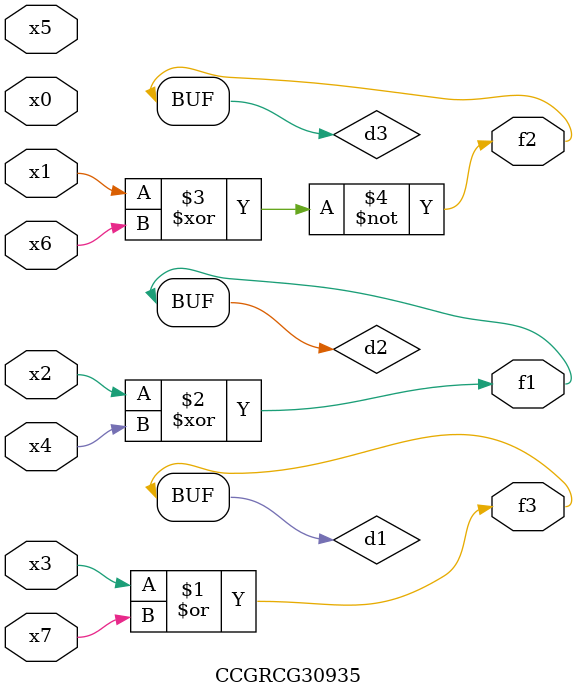
<source format=v>
module CCGRCG30935(
	input x0, x1, x2, x3, x4, x5, x6, x7,
	output f1, f2, f3
);

	wire d1, d2, d3;

	or (d1, x3, x7);
	xor (d2, x2, x4);
	xnor (d3, x1, x6);
	assign f1 = d2;
	assign f2 = d3;
	assign f3 = d1;
endmodule

</source>
